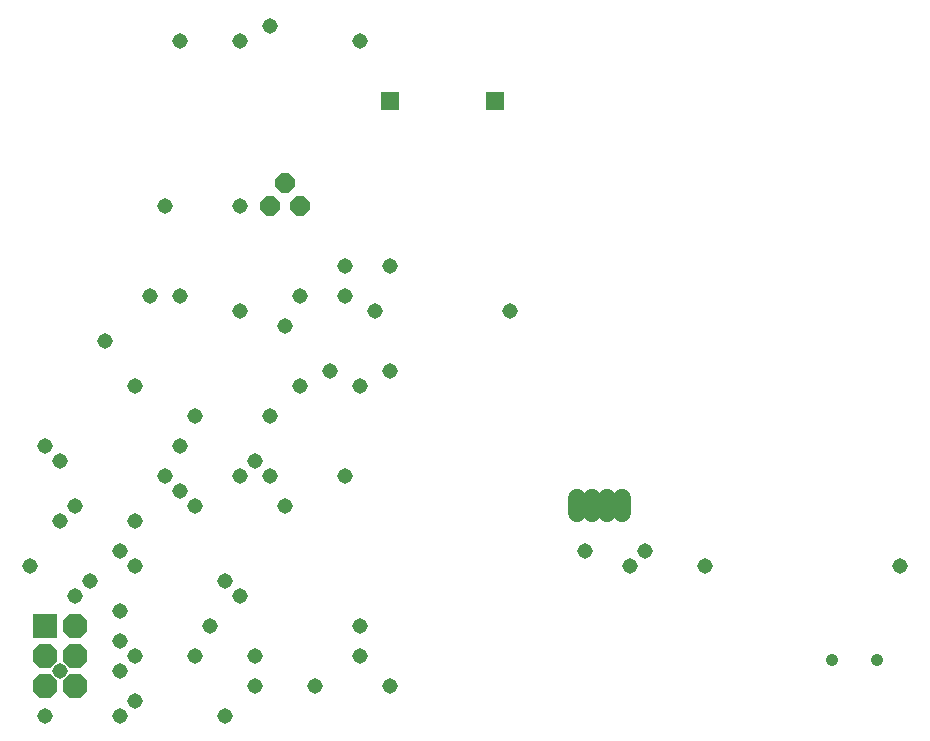
<source format=gbs>
G75*
%MOIN*%
%OFA0B0*%
%FSLAX25Y25*%
%IPPOS*%
%LPD*%
%AMOC8*
5,1,8,0,0,1.08239X$1,22.5*
%
%ADD10C,0.04146*%
%ADD11OC8,0.06400*%
%ADD12R,0.05956X0.05956*%
%ADD13R,0.08200X0.08200*%
%ADD14OC8,0.08200*%
%ADD15C,0.05956*%
%ADD16C,0.05162*%
D10*
X0280416Y0054045D03*
X0295376Y0054045D03*
D11*
X0102896Y0205384D03*
X0097896Y0212884D03*
X0092896Y0205384D03*
D12*
X0132896Y0240384D03*
X0167896Y0240384D03*
D13*
X0017896Y0065384D03*
D14*
X0027896Y0065384D03*
X0027896Y0055384D03*
X0017896Y0055384D03*
X0017896Y0045384D03*
X0027896Y0045384D03*
D15*
X0195396Y0102806D02*
X0195396Y0107962D01*
X0200396Y0107962D02*
X0200396Y0102806D01*
X0205396Y0102806D02*
X0205396Y0107962D01*
X0210396Y0107962D02*
X0210396Y0102806D01*
D16*
X0017896Y0035384D03*
X0022896Y0050384D03*
X0042896Y0050384D03*
X0047896Y0055384D03*
X0042896Y0060384D03*
X0042896Y0070384D03*
X0032896Y0080384D03*
X0027896Y0075384D03*
X0012896Y0085384D03*
X0022896Y0100384D03*
X0027896Y0105384D03*
X0022896Y0120384D03*
X0017896Y0125384D03*
X0047896Y0145384D03*
X0037896Y0160384D03*
X0052896Y0175384D03*
X0062896Y0175384D03*
X0082896Y0170384D03*
X0097896Y0165384D03*
X0102896Y0175384D03*
X0117896Y0175384D03*
X0117896Y0185384D03*
X0127896Y0170384D03*
X0132896Y0185384D03*
X0132896Y0150384D03*
X0122896Y0145384D03*
X0112896Y0150384D03*
X0102896Y0145384D03*
X0092896Y0135384D03*
X0087896Y0120384D03*
X0082896Y0115384D03*
X0092896Y0115384D03*
X0097896Y0105384D03*
X0117896Y0115384D03*
X0082896Y0075384D03*
X0077896Y0080384D03*
X0072896Y0065384D03*
X0067896Y0055384D03*
X0077896Y0035384D03*
X0087896Y0045384D03*
X0087896Y0055384D03*
X0107896Y0045384D03*
X0122896Y0055384D03*
X0122896Y0065384D03*
X0132896Y0045384D03*
X0197896Y0090384D03*
X0212896Y0085384D03*
X0217896Y0090384D03*
X0237896Y0085384D03*
X0302896Y0085384D03*
X0172896Y0170384D03*
X0122896Y0260384D03*
X0092896Y0265384D03*
X0082896Y0260384D03*
X0062896Y0260384D03*
X0057896Y0205384D03*
X0082896Y0205384D03*
X0067896Y0135384D03*
X0062896Y0125384D03*
X0057896Y0115384D03*
X0062896Y0110384D03*
X0067896Y0105384D03*
X0047896Y0100384D03*
X0042896Y0090384D03*
X0047896Y0085384D03*
X0047896Y0040384D03*
X0042896Y0035384D03*
M02*

</source>
